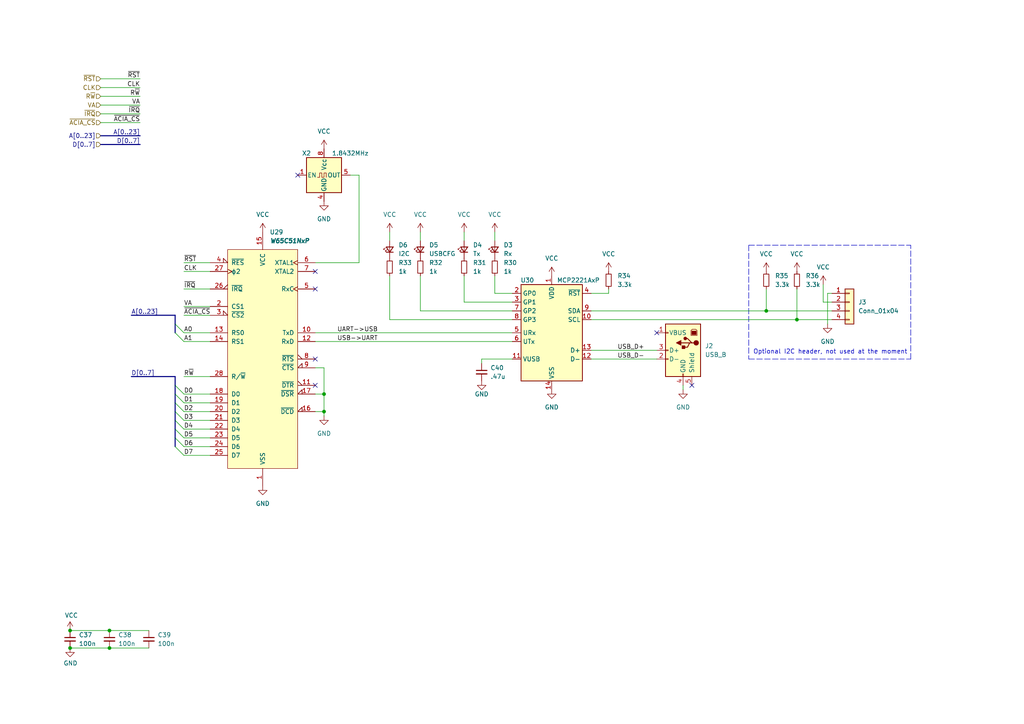
<source format=kicad_sch>
(kicad_sch (version 20211123) (generator eeschema)
  (paper "A4")
  (title_block (title "Serial Module") (date "2022-09-26") (rev "A.30") (comment 2 "https://github.com/adrienkohlbecker/65C816") (comment 3 "Licensed under CERN-OHL-W v2") (comment 4 "Copyright © 2022 Adrien Kohlbecker"))
  (lib_symbols
    (symbol "65xx:W65C51NxP" (pin_names (offset 1.016))
      (property "Reference" "U" (at -10.16 33.02 0))
      (property "Value" "W65C51NxP" (at 0 0 90))
      (symbol "W65C51NxP_0_1"
        (rectangle (start -10.16 31.75) (end 10.16 -31.75) (fill (type background)))
      )
      (symbol "W65C51NxP_1_1"
        (pin power_in line (at 0 -36.83 90) (length 5.08) (name "VSS") (number "1"))
        (pin output line (at 15.24 7.62 180) (length 5.08) (name "TxD") (number "10"))
        (pin output output_low (at 15.24 -7.62 180) (length 5.08) (name "~{DTR}") (number "11"))
        (pin input line (at 15.24 5.08 180) (length 5.08) (name "RxD") (number "12"))
        (pin input line (at -15.24 7.62 0) (length 5.08) (name "RS0") (number "13"))
        (pin input line (at -15.24 5.08 0) (length 5.08) (name "RS1") (number "14"))
        (pin power_in line (at 0 36.83 270) (length 5.08) (name "VCC") (number "15"))
        (pin input input_low (at 15.24 -15.24 180) (length 5.08) (name "~{DCD}") (number "16"))
        (pin input input_low (at 15.24 -10.16 180) (length 5.08) (name "~{DSR}") (number "17"))
        (pin bidirectional line (at -15.24 -10.16 0) (length 5.08) (name "D0") (number "18"))
        (pin bidirectional line (at -15.24 -12.7 0) (length 5.08) (name "D1") (number "19"))
        (pin input line (at -15.24 15.24 0) (length 5.08) (name "CS1") (number "2"))
        (pin bidirectional line (at -15.24 -15.24 0) (length 5.08) (name "D2") (number "20"))
        (pin bidirectional line (at -15.24 -17.78 0) (length 5.08) (name "D3") (number "21"))
        (pin bidirectional line (at -15.24 -20.32 0) (length 5.08) (name "D4") (number "22"))
        (pin bidirectional line (at -15.24 -22.86 0) (length 5.08) (name "D5") (number "23"))
        (pin bidirectional line (at -15.24 -25.4 0) (length 5.08) (name "D6") (number "24"))
        (pin bidirectional line (at -15.24 -27.94 0) (length 5.08) (name "D7") (number "25"))
        (pin open_collector output_low (at -15.24 20.32 0) (length 5.08) (name "~{IRQ}") (number "26"))
        (pin input clock (at -15.24 25.4 0) (length 5.08) (name "ϕ2") (number "27"))
        (pin input line (at -15.24 -5.08 0) (length 5.08) (name "R/~{W}") (number "28"))
        (pin input input_low (at -15.24 12.7 0) (length 5.08) (name "~{CS2}") (number "3"))
        (pin input input_low (at -15.24 27.94 0) (length 5.08) (name "~{RES}") (number "4"))
        (pin bidirectional clock (at 15.24 20.32 180) (length 5.08) (name "RxC") (number "5"))
        (pin input clock (at 15.24 27.94 180) (length 5.08) (name "XTAL1") (number "6"))
        (pin output line (at 15.24 25.4 180) (length 5.08) (name "XTAL2") (number "7"))
        (pin output output_low (at 15.24 0 180) (length 5.08) (name "~{RTS}") (number "8"))
        (pin input input_low (at 15.24 -2.54 180) (length 5.08) (name "~{CTS}") (number "9"))
      )
    )
    (symbol "Connector:USB_B" (pin_names (offset 1.016))
      (property "Reference" "J" (at -5.08 11.43 0))
      (property "Value" "USB_B" (at -5.08 8.89 0))
      (symbol "USB_B_0_1"
        (rectangle (start -5.08 -7.62) (end 5.08 7.62) (stroke (width 0.254)) (fill (type background)))
        (circle (center -3.81 2.159) (radius 0.635) (stroke (width 0.254)) (fill (type outline)))
        (rectangle (start -3.81 5.588) (end -2.54 4.572) (fill (type outline)))
        (circle (center -0.635 3.429) (radius 0.381) (stroke (width 0.254)) (fill (type outline)))
        (rectangle (start -0.127 -7.62) (end 0.127 -6.858))
        (polyline (pts (xy -1.905 2.159) (xy 0.635 2.159)) (stroke (width 0.254)))
        (polyline (pts (xy -3.175 2.159) (xy -2.54 2.159) (xy -1.27 3.429) (xy -0.635 3.429)) (stroke (width 0.254)))
        (polyline (pts (xy -2.54 2.159) (xy -1.905 2.159) (xy -1.27 0.889) (xy 0 0.889)) (stroke (width 0.254)))
        (polyline (pts (xy 0.635 2.794) (xy 0.635 1.524) (xy 1.905 2.159) (xy 0.635 2.794)) (stroke (width 0.254)) (fill (type outline)))
        (polyline (pts (xy -4.064 4.318) (xy -2.286 4.318) (xy -2.286 5.715) (xy -2.667 6.096) (xy -3.683 6.096) (xy -4.064 5.715) (xy -4.064 4.318)))
        (rectangle (start 0.254 1.27) (end -0.508 0.508) (stroke (width 0.254)) (fill (type outline)))
        (rectangle (start 5.08 -2.667) (end 4.318 -2.413))
        (rectangle (start 5.08 -0.127) (end 4.318 0.127))
        (rectangle (start 5.08 4.953) (end 4.318 5.207))
      )
      (symbol "USB_B_1_1"
        (pin power_out line (at 7.62 5.08 180) (length 2.54) (name "VBUS") (number "1"))
        (pin bidirectional line (at 7.62 -2.54 180) (length 2.54) (name "D-") (number "2"))
        (pin bidirectional line (at 7.62 0 180) (length 2.54) (name "D+") (number "3"))
        (pin power_out line (at 0 -10.16 90) (length 2.54) (name "GND") (number "4"))
        (pin passive line (at -2.54 -10.16 90) (length 2.54) (name "Shield") (number "5"))
      )
    )
    (symbol "Connector_Generic:Conn_01x04" (pin_names (offset 1.016) hide)
      (property "Reference" "J" (at 0 5.08 0))
      (property "Value" "Conn_01x04" (at 0 -7.62 0))
      (symbol "Conn_01x04_1_1"
        (rectangle (start -1.27 -4.953) (end 0 -5.207) (stroke (width 0.1524)))
        (rectangle (start -1.27 -2.413) (end 0 -2.667) (stroke (width 0.1524)))
        (rectangle (start -1.27 0.127) (end 0 -0.127) (stroke (width 0.1524)))
        (rectangle (start -1.27 2.667) (end 0 2.413) (stroke (width 0.1524)))
        (rectangle (start -1.27 3.81) (end 1.27 -6.35) (stroke (width 0.254)) (fill (type background)))
        (pin passive line (at -5.08 2.54 0) (length 3.81) (name "Pin_1") (number "1"))
        (pin passive line (at -5.08 0 0) (length 3.81) (name "Pin_2") (number "2"))
        (pin passive line (at -5.08 -2.54 0) (length 3.81) (name "Pin_3") (number "3"))
        (pin passive line (at -5.08 -5.08 0) (length 3.81) (name "Pin_4") (number "4"))
      )
    )
    (symbol "Device:C_Small" (pin_numbers hide) (pin_names (offset 0.254) hide)
      (property "Reference" "C" (at 0.254 1.778 0))
      (property "Value" "C_Small" (at 0.254 -2.032 0))
      (symbol "C_Small_0_1"
        (polyline (pts (xy -1.524 -0.508) (xy 1.524 -0.508)) (stroke (width 0.3302)))
        (polyline (pts (xy -1.524 0.508) (xy 1.524 0.508)) (stroke (width 0.3048)))
      )
      (symbol "C_Small_1_1"
        (pin passive line (at 0 2.54 270) (length 2.032) (name "~") (number "1"))
        (pin passive line (at 0 -2.54 90) (length 2.032) (name "~") (number "2"))
      )
    )
    (symbol "Device:LED_Small" (pin_numbers hide) (pin_names (offset 0.254) hide)
      (property "Reference" "D" (at -1.27 3.175 0))
      (property "Value" "LED_Small" (at -4.445 -2.54 0))
      (symbol "LED_Small_0_1"
        (polyline (pts (xy -0.762 -1.016) (xy -0.762 1.016)) (stroke (width 0.254)))
        (polyline (pts (xy 1.016 0) (xy -0.762 0)))
        (polyline (pts (xy 0.762 -1.016) (xy -0.762 0) (xy 0.762 1.016) (xy 0.762 -1.016)) (stroke (width 0.254)))
        (polyline (pts (xy 0 0.762) (xy -0.508 1.27) (xy -0.254 1.27) (xy -0.508 1.27) (xy -0.508 1.016)))
        (polyline (pts (xy 0.508 1.27) (xy 0 1.778) (xy 0.254 1.778) (xy 0 1.778) (xy 0 1.524)))
      )
      (symbol "LED_Small_1_1"
        (pin passive line (at -2.54 0 0) (length 1.778) (name "K") (number "1"))
        (pin passive line (at 2.54 0 180) (length 1.778) (name "A") (number "2"))
      )
    )
    (symbol "Device:R_Small" (pin_numbers hide) (pin_names (offset 0.254) hide)
      (property "Reference" "R" (at 0.762 0.508 0))
      (property "Value" "R_Small" (at 0.762 -1.016 0))
      (symbol "R_Small_0_1"
        (rectangle (start -0.762 1.778) (end 0.762 -1.778) (stroke (width 0.2032)))
      )
      (symbol "R_Small_1_1"
        (pin passive line (at 0 2.54 270) (length 0.762) (name "~") (number "1"))
        (pin passive line (at 0 -2.54 90) (length 0.762) (name "~") (number "2"))
      )
    )
    (symbol "Interface_USB:MCP2221AxP"
      (property "Reference" "U30" (at -5.08 16.51 0))
      (property "Value" "MCP2221AxP" (at 13.97 16.51 0))
      (symbol "MCP2221AxP_0_1"
        (rectangle (start -8.89 15.24) (end 8.89 -12.7) (stroke (width 0.254)) (fill (type background)))
      )
      (symbol "MCP2221AxP_1_1"
        (pin power_in line (at 0 17.78 270) (length 2.54) (name "VDD") (number "1"))
        (pin bidirectional line (at -11.43 5.08 0) (length 2.54) (name "SCL") (number "10"))
        (pin passive line (at 11.43 -6.35 180) (length 2.54) (name "VUSB") (number "11"))
        (pin bidirectional line (at -11.43 -6.35 0) (length 2.54) (name "D-") (number "12"))
        (pin bidirectional line (at -11.43 -3.81 0) (length 2.54) (name "D+") (number "13"))
        (pin power_in line (at 0 -15.24 90) (length 2.54) (name "VSS") (number "14"))
        (pin bidirectional line (at 11.43 12.7 180) (length 2.54) (name "GP0") (number "2"))
        (pin bidirectional line (at 11.43 10.16 180) (length 2.54) (name "GP1") (number "3"))
        (pin input line (at -11.43 12.7 0) (length 2.54) (name "~{RST}") (number "4"))
        (pin input line (at 11.43 1.27 180) (length 2.54) (name "URx") (number "5"))
        (pin output line (at 11.43 -1.27 180) (length 2.54) (name "UTx") (number "6"))
        (pin bidirectional line (at 11.43 7.62 180) (length 2.54) (name "GP2") (number "7"))
        (pin bidirectional line (at 11.43 5.08 180) (length 2.54) (name "GP3") (number "8"))
        (pin bidirectional line (at -11.43 7.62 0) (length 2.54) (name "SDA") (number "9"))
      )
    )
    (symbol "Oscillator:CXO_DIP8" (pin_names (offset 0.254))
      (property "Reference" "X" (at -5.08 6.35 0))
      (property "Value" "CXO_DIP8" (at 1.27 -6.35 0))
      (symbol "CXO_DIP8_0_1"
        (rectangle (start -5.08 5.08) (end 5.08 -5.08) (stroke (width 0.254)) (fill (type background)))
        (polyline (pts (xy -1.905 -0.635) (xy -1.27 -0.635) (xy -1.27 0.635) (xy -0.635 0.635) (xy -0.635 -0.635) (xy 0 -0.635) (xy 0 0.635) (xy 0.635 0.635) (xy 0.635 -0.635)))
      )
      (symbol "CXO_DIP8_1_1"
        (pin input line (at -7.62 0 0) (length 2.54) (name "EN") (number "1"))
        (pin power_in line (at 0 -7.62 90) (length 2.54) (name "GND") (number "4"))
        (pin output line (at 7.62 0 180) (length 2.54) (name "OUT") (number "5"))
        (pin power_in line (at 0 7.62 270) (length 2.54) (name "Vcc") (number "8"))
      )
    )
    (symbol "power:GND" (power) (pin_names (offset 0))
      (property "Value" "GND" (at 0 -3.81 0))
      (symbol "GND_0_1"
        (polyline (pts (xy 0 0) (xy 0 -1.27) (xy 1.27 -1.27) (xy 0 -2.54) (xy -1.27 -1.27) (xy 0 -1.27)))
      )
      (symbol "GND_1_1"
        (pin power_in line (at 0 0 270) (length 0) hide (name "GND") (number "1"))
      )
    )
    (symbol "power:VCC" (power) (pin_names (offset 0))
      (property "Value" "VCC" (at 0 3.81 0))
      (symbol "VCC_0_1"
        (polyline (pts (xy -0.762 1.27) (xy 0 2.54)))
        (polyline (pts (xy 0 0) (xy 0 2.54)))
        (polyline (pts (xy 0 2.54) (xy 0.762 1.27)))
      )
      (symbol "VCC_1_1"
        (pin power_in line (at 0 0 90) (length 0) hide (name "VCC") (number "1"))
      )
    )
  )
  (junction (at 231.14 92.71))
  (junction (at 93.98 114.3))
  (junction (at 31.75 182.88))
  (junction (at 222.25 90.17))
  (junction (at 20.32 182.88))
  (junction (at 20.32 187.96))
  (junction (at 93.98 119.38))
  (junction (at 31.75 187.96))
  (no_connect (at 200.66 111.76))
  (no_connect (at 86.36 50.8))
  (no_connect (at 91.44 78.74))
  (no_connect (at 91.44 111.76))
  (no_connect (at 91.44 104.14))
  (no_connect (at 91.44 83.82))
  (no_connect (at 190.5 96.52))
  (bus_entry (at 50.8 124.46) (size 2.54 2.54))
  (bus_entry (at 50.8 121.92) (size 2.54 2.54))
  (bus_entry (at 50.8 127) (size 2.54 2.54))
  (bus_entry (at 50.8 116.84) (size 2.54 2.54))
  (bus_entry (at 50.8 93.98) (size 2.54 2.54))
  (bus_entry (at 50.8 129.54) (size 2.54 2.54))
  (bus_entry (at 50.8 111.76) (size 2.54 2.54))
  (bus_entry (at 50.8 114.3) (size 2.54 2.54))
  (bus_entry (at 50.8 96.52) (size 2.54 2.54))
  (bus_entry (at 50.8 119.38) (size 2.54 2.54))
  (bus (pts (xy 38.1 109.22) (xy 50.8 109.22)))
  (wire (pts (xy 53.34 109.22) (xy 60.96 109.22)))
  (wire (pts (xy 148.59 87.63) (xy 134.62 87.63)))
  (wire (pts (xy 198.12 111.76) (xy 198.12 113.03)))
  (wire (pts (xy 53.34 96.52) (xy 60.96 96.52)))
  (wire (pts (xy 40.64 22.86) (xy 29.21 22.86)))
  (bus (pts (xy 50.8 121.92) (xy 50.8 124.46)))
  (wire (pts (xy 40.64 35.56) (xy 29.21 35.56)))
  (wire (pts (xy 104.14 50.8) (xy 104.14 76.2)))
  (polyline (pts (xy 217.17 71.12) (xy 217.17 104.14)))
  (polyline (pts (xy 217.17 104.14) (xy 264.16 104.14)))
  (wire (pts (xy 104.14 76.2) (xy 91.44 76.2)))
  (bus (pts (xy 50.8 109.22) (xy 50.8 111.76)))
  (wire (pts (xy 222.25 90.17) (xy 222.25 83.82)))
  (wire (pts (xy 20.32 182.88) (xy 31.75 182.88)))
  (bus (pts (xy 50.8 91.44) (xy 50.8 93.98)))
  (wire (pts (xy 222.25 90.17) (xy 241.3 90.17)))
  (wire (pts (xy 53.34 116.84) (xy 60.96 116.84)))
  (wire (pts (xy 91.44 114.3) (xy 93.98 114.3)))
  (wire (pts (xy 148.59 92.71) (xy 113.03 92.71)))
  (wire (pts (xy 40.64 25.4) (xy 29.21 25.4)))
  (bus (pts (xy 50.8 116.84) (xy 50.8 119.38)))
  (wire (pts (xy 171.45 104.14) (xy 190.5 104.14)))
  (wire (pts (xy 40.64 30.48) (xy 29.21 30.48)))
  (wire (pts (xy 93.98 106.68) (xy 93.98 114.3)))
  (wire (pts (xy 231.14 92.71) (xy 241.3 92.71)))
  (wire (pts (xy 53.34 132.08) (xy 60.96 132.08)))
  (bus (pts (xy 50.8 114.3) (xy 50.8 116.84)))
  (wire (pts (xy 139.7 104.14) (xy 139.7 105.41)))
  (wire (pts (xy 148.59 90.17) (xy 121.92 90.17)))
  (wire (pts (xy 143.51 85.09) (xy 143.51 80.01)))
  (polyline (pts (xy 217.17 71.12) (xy 264.16 71.12)))
  (wire (pts (xy 171.45 90.17) (xy 222.25 90.17)))
  (wire (pts (xy 40.64 27.94) (xy 29.21 27.94)))
  (wire (pts (xy 20.32 187.96) (xy 31.75 187.96)))
  (wire (pts (xy 91.44 96.52) (xy 148.59 96.52)))
  (bus (pts (xy 50.8 127) (xy 50.8 129.54)))
  (wire (pts (xy 53.34 78.74) (xy 60.96 78.74)))
  (bus (pts (xy 50.8 96.52) (xy 50.8 93.98)))
  (wire (pts (xy 238.76 87.63) (xy 241.3 87.63)))
  (wire (pts (xy 53.34 121.92) (xy 60.96 121.92)))
  (wire (pts (xy 53.34 76.2) (xy 60.96 76.2)))
  (wire (pts (xy 53.34 124.46) (xy 60.96 124.46)))
  (wire (pts (xy 53.34 119.38) (xy 60.96 119.38)))
  (wire (pts (xy 91.44 99.06) (xy 148.59 99.06)))
  (polyline (pts (xy 264.16 104.14) (xy 264.16 71.12)))
  (wire (pts (xy 53.34 99.06) (xy 60.96 99.06)))
  (wire (pts (xy 171.45 101.6) (xy 190.5 101.6)))
  (wire (pts (xy 139.7 104.14) (xy 148.59 104.14)))
  (wire (pts (xy 240.03 93.98) (xy 240.03 85.09)))
  (bus (pts (xy 29.21 41.91) (xy 40.64 41.91)))
  (wire (pts (xy 240.03 85.09) (xy 241.3 85.09)))
  (wire (pts (xy 121.92 67.31) (xy 121.92 69.85)))
  (wire (pts (xy 53.34 91.44) (xy 60.96 91.44)))
  (wire (pts (xy 231.14 92.71) (xy 231.14 83.82)))
  (wire (pts (xy 134.62 67.31) (xy 134.62 69.85)))
  (wire (pts (xy 60.96 88.9) (xy 53.34 88.9)))
  (wire (pts (xy 113.03 67.31) (xy 113.03 69.85)))
  (wire (pts (xy 91.44 119.38) (xy 93.98 119.38)))
  (wire (pts (xy 53.34 129.54) (xy 60.96 129.54)))
  (wire (pts (xy 31.75 187.96) (xy 43.18 187.96)))
  (wire (pts (xy 238.76 82.55) (xy 238.76 87.63)))
  (bus (pts (xy 50.8 111.76) (xy 50.8 114.3)))
  (wire (pts (xy 53.34 114.3) (xy 60.96 114.3)))
  (bus (pts (xy 29.21 39.37) (xy 40.64 39.37)))
  (wire (pts (xy 113.03 92.71) (xy 113.03 80.01)))
  (wire (pts (xy 101.6 50.8) (xy 104.14 50.8)))
  (wire (pts (xy 121.92 90.17) (xy 121.92 80.01)))
  (wire (pts (xy 93.98 114.3) (xy 93.98 119.38)))
  (bus (pts (xy 50.8 124.46) (xy 50.8 127)))
  (wire (pts (xy 148.59 85.09) (xy 143.51 85.09)))
  (wire (pts (xy 176.53 85.09) (xy 171.45 85.09)))
  (bus (pts (xy 50.8 119.38) (xy 50.8 121.92)))
  (wire (pts (xy 91.44 106.68) (xy 93.98 106.68)))
  (wire (pts (xy 53.34 127) (xy 60.96 127)))
  (wire (pts (xy 93.98 119.38) (xy 93.98 120.65)))
  (wire (pts (xy 31.75 182.88) (xy 43.18 182.88)))
  (wire (pts (xy 143.51 67.31) (xy 143.51 69.85)))
  (wire (pts (xy 176.53 83.82) (xy 176.53 85.09)))
  (wire (pts (xy 53.34 83.82) (xy 60.96 83.82)))
  (wire (pts (xy 134.62 87.63) (xy 134.62 80.01)))
  (wire (pts (xy 40.64 33.02) (xy 29.21 33.02)))
  (bus (pts (xy 38.1 91.44) (xy 50.8 91.44)))
  (wire (pts (xy 171.45 92.71) (xy 231.14 92.71)))
  (text "Optional I2C header, not used at the moment" (at 218.44 102.87 0) (effects (font (size 1.27 1.27)) (justify left bottom)))
  (label "A[0..23]" (at 40.64 39.37 180))
  (label "D3" (at 53.34 121.92 0))
  (label "R~{W}" (at 40.64 27.94 180))
  (label "D6" (at 53.34 129.54 0))
  (label "A1" (at 53.34 99.06 0))
  (label "CLK" (at 40.64 25.4 180))
  (label "USB->UART" (at 97.79 99.06 0))
  (label "D[0..7]" (at 40.64 41.91 180))
  (label "USB_D-" (at 179.07 104.14 0))
  (label "UART->USB" (at 97.79 96.52 0))
  (label "D4" (at 53.34 124.46 0))
  (label "D0" (at 53.34 114.3 0))
  (label "~{IRQ}" (at 53.34 83.82 0))
  (label "VA" (at 53.34 88.9 0))
  (label "D1" (at 53.34 116.84 0))
  (label "D[0..7]" (at 38.1 109.22 0))
  (label "D2" (at 53.34 119.38 0))
  (label "~{RST}" (at 40.64 22.86 180))
  (label "USB_D+" (at 179.07 101.6 0))
  (label "VA" (at 40.64 30.48 180))
  (label "A[0..23]" (at 38.1 91.44 0))
  (label "R~{W}" (at 53.34 109.22 0))
  (label "D5" (at 53.34 127 0))
  (label "~{RST}" (at 53.34 76.2 0))
  (label "A0" (at 53.34 96.52 0))
  (label "~{ACIA_CS}" (at 40.64 35.56 180))
  (label "~{ACIA_CS}" (at 53.34 91.44 0))
  (label "CLK" (at 53.34 78.74 0))
  (label "D7" (at 53.34 132.08 0))
  (label "~{IRQ}" (at 40.64 33.02 180))
  (hierarchical_label "D[0..7]" (shape input) (at 29.21 41.91 180))
  (hierarchical_label "~{RST}" (shape input) (at 29.21 22.86 180))
  (hierarchical_label "A[0..23]" (shape input) (at 29.21 39.37 180))
  (hierarchical_label "~{IRQ}" (shape input) (at 29.21 33.02 180))
  (hierarchical_label "VA" (shape input) (at 29.21 30.48 180))
  (hierarchical_label "CLK" (shape input) (at 29.21 25.4 180))
  (hierarchical_label "R~{W}" (shape input) (at 29.21 27.94 180))
  (hierarchical_label "~{ACIA_CS}" (shape input) (at 29.21 35.56 180))
  (symbol (lib_id "power:VCC") (at 176.53 78.74 0) (mirror y) (unit 1)
    (property "Reference" "#PWR?" (effects hide))
    (property "Value" "VCC" (at 176.53 73.66 0))
  )
  (symbol (lib_id "power:GND") (at 240.03 93.98 0) (mirror y) (unit 1)
    (property "Reference" "#PWR0131" (effects hide))
    (property "Value" "GND" (at 240.03 99.06 0))
  )
  (symbol (lib_id "power:GND") (at 198.12 113.03 0) (mirror y) (unit 1)
    (property "Reference" "#PWR0128" (effects hide))
    (property "Value" "GND" (at 198.12 118.11 0))
  )
  (symbol (lib_id "Device:R_Small") (at 134.62 77.47 0) (unit 1)
    (property "Reference" "R31" (at 137.16 76.1999 0) (effects (justify left)))
    (property "Value" "1k" (at 137.16 78.7399 0) (effects (justify left)))
  )
  (symbol (lib_id "power:GND") (at 160.02 113.03 0) (mirror y) (unit 1)
    (property "Reference" "#PWR0125" (effects hide))
    (property "Value" "GND" (at 160.02 118.11 0))
  )
  (symbol (lib_id "power:VCC") (at 222.25 78.74 0) (mirror y) (unit 1)
    (property "Reference" "#PWR0126" (effects hide))
    (property "Value" "VCC" (at 222.25 73.66 0))
  )
  (symbol (lib_id "power:VCC") (at 134.62 67.31 0) (mirror y) (unit 1)
    (property "Reference" "#PWR0122" (effects hide))
    (property "Value" "VCC" (at 134.62 62.23 0))
  )
  (symbol (lib_id "power:GND") (at 93.98 120.65 0) (unit 1)
    (property "Reference" "#PWR0119" (effects hide))
    (property "Value" "GND" (at 93.98 125.73 0))
  )
  (symbol (lib_id "Device:R_Small") (at 176.53 81.28 0) (unit 1)
    (property "Reference" "R34" (at 179.07 80.0099 0) (effects (justify left)))
    (property "Value" "3.3k" (at 179.07 82.5499 0) (effects (justify left)))
  )
  (symbol (lib_id "Device:R_Small") (at 143.51 77.47 0) (unit 1)
    (property "Reference" "R30" (at 146.05 76.1999 0) (effects (justify left)))
    (property "Value" "1k" (at 146.05 78.7399 0) (effects (justify left)))
  )
  (symbol (lib_id "Device:R_Small") (at 231.14 81.28 0) (unit 1)
    (property "Reference" "R36" (at 233.68 80.0099 0) (effects (justify left)))
    (property "Value" "3.3k" (at 233.68 82.5499 0) (effects (justify left)))
  )
  (symbol (lib_id "Device:C_Small") (at 139.7 107.95 0) (unit 1)
    (property "Reference" "C40" (at 142.24 106.6862 0) (effects (justify left)))
    (property "Value" ".47u" (at 142.24 109.2262 0) (effects (justify left)))
  )
  (symbol (lib_id "Device:R_Small") (at 222.25 81.28 0) (unit 1)
    (property "Reference" "R35" (at 224.79 80.0099 0) (effects (justify left)))
    (property "Value" "3.3k" (at 224.79 82.5499 0) (effects (justify left)))
  )
  (symbol (lib_id "power:VCC") (at 20.32 182.88 0) (unit 1)
    (property "Reference" "#PWR04" (effects hide))
    (property "Value" "VCC" (at 20.701 178.4858 0))
  )
  (symbol (lib_id "power:VCC") (at 143.51 67.31 0) (mirror y) (unit 1)
    (property "Reference" "#PWR0123" (effects hide))
    (property "Value" "VCC" (at 143.51 62.23 0))
  )
  (symbol (lib_id "power:GND") (at 93.98 58.42 0) (unit 1)
    (property "Reference" "#PWR0118" (effects hide))
    (property "Value" "GND" (at 93.98 63.5 0))
  )
  (symbol (lib_id "Device:C_Small") (at 20.32 185.42 0) (unit 1)
    (property "Reference" "C37" (at 22.86 184.1562 0) (effects (justify left)))
    (property "Value" "100n" (at 22.86 186.6962 0) (effects (justify left)))
  )
  (symbol (lib_id "power:VCC") (at 160.02 80.01 0) (mirror y) (unit 1)
    (property "Reference" "#PWR0124" (effects hide))
    (property "Value" "VCC" (at 160.02 74.93 0))
  )
  (symbol (lib_id "Connector_Generic:Conn_01x04") (at 246.38 87.63 0) (unit 1)
    (property "Reference" "J3" (at 248.92 87.6299 0) (effects (justify left)))
    (property "Value" "Conn_01x04" (at 248.92 90.1699 0) (effects (justify left)))
    (property "Footprint" "Connector_JST:JST_SH_SM04B-SRSS-TB_1x04-1MP_P1.00mm_Horizontal" (effects hide))
  )
  (symbol (lib_id "Device:LED_Small") (at 134.62 72.39 90) (unit 1)
    (property "Reference" "D4" (at 137.16 71.0564 90) (effects (justify right)))
    (property "Value" "Tx" (at 137.16 73.5964 90) (effects (justify right)))
  )
  (symbol (lib_id "Device:C_Small") (at 31.75 185.42 0) (unit 1)
    (property "Reference" "C38" (at 34.29 184.1562 0) (effects (justify left)))
    (property "Value" "100n" (at 34.29 186.6962 0) (effects (justify left)))
  )
  (symbol (lib_id "power:VCC") (at 113.03 67.31 0) (mirror y) (unit 1)
    (property "Reference" "#PWR0120" (effects hide))
    (property "Value" "VCC" (at 113.03 62.23 0))
  )
  (symbol (lib_id "power:GND") (at 76.2 140.97 0) (unit 1)
    (property "Reference" "#PWR0116" (effects hide))
    (property "Value" "GND" (at 76.2 146.05 0))
  )
  (symbol (lib_id "65xx:W65C51NxP") (at 76.2 104.14 0) (unit 1)
    (property "Reference" "U29" (at 78.2194 67.31 0) (effects (justify left)))
    (property "Value" "W65C51NxP" (at 78.2194 69.85 0) (effects (font bold italic) (justify left)))
    (property "Datasheet" "http://www.westerndesigncenter.com/wdc/documentation/w65c51n.pdf" (effects hide))
  )
  (symbol (lib_id "Device:LED_Small") (at 143.51 72.39 90) (unit 1)
    (property "Reference" "D3" (at 146.05 71.0564 90) (effects (justify right)))
    (property "Value" "Rx" (at 146.05 73.5964 90) (effects (justify right)))
  )
  (symbol (lib_id "Oscillator:CXO_DIP8") (at 93.98 50.8 0) (unit 1)
    (property "Reference" "X2" (at 88.9 44.45 0))
    (property "Value" "1.8432MHz" (at 101.6 44.45 0))
    (property "Footprint" "Oscillator:Oscillator_DIP-8" (effects hide))
    (property "Datasheet" "http://cdn-reichelt.de/documents/datenblatt/B400/OSZI.pdf" (effects hide))
  )
  (symbol (lib_id "power:GND") (at 139.7 110.49 0) (unit 1)
    (property "Reference" "#PWR0127" (effects hide))
    (property "Value" "GND" (at 139.7 114.3 0))
  )
  (symbol (lib_id "power:VCC") (at 121.92 67.31 0) (mirror y) (unit 1)
    (property "Reference" "#PWR0121" (effects hide))
    (property "Value" "VCC" (at 121.92 62.23 0))
  )
  (symbol (lib_id "power:VCC") (at 93.98 43.18 0) (unit 1)
    (property "Reference" "#PWR0117" (effects hide))
    (property "Value" "VCC" (at 93.98 38.1 0))
  )
  (symbol (lib_id "power:VCC") (at 231.14 78.74 0) (mirror y) (unit 1)
    (property "Reference" "#PWR0129" (effects hide))
    (property "Value" "VCC" (at 231.14 73.66 0))
  )
  (symbol (lib_id "power:GND") (at 20.32 187.96 0) (unit 1)
    (property "Reference" "#PWR05" (effects hide))
    (property "Value" "GND" (at 20.447 192.3542 0))
  )
  (symbol (lib_id "Device:R_Small") (at 113.03 77.47 0) (unit 1)
    (property "Reference" "R33" (at 115.57 76.1999 0) (effects (justify left)))
    (property "Value" "1k" (at 115.57 78.7399 0) (effects (justify left)))
  )
  (symbol (lib_id "Device:LED_Small") (at 121.92 72.39 90) (unit 1)
    (property "Reference" "D5" (at 124.46 71.0564 90) (effects (justify right)))
    (property "Value" "USBCFG" (at 124.46 73.5964 90) (effects (justify right)))
  )
  (symbol (lib_id "power:VCC") (at 76.2 67.31 0) (unit 1)
    (property "Reference" "#PWR0115" (effects hide))
    (property "Value" "VCC" (at 76.2 62.23 0))
  )
  (symbol (lib_id "Interface_USB:MCP2221AxP") (at 160.02 97.79 0) (mirror y) (unit 1)
    (property "Reference" "U30" (at 154.94 81.28 0) (effects (justify left)))
    (property "Value" "MCP2221AxP" (at 173.99 81.28 0) (effects (justify left)))
    (property "Footprint" "Package_DIP:DIP-14_W7.62mm" (effects hide))
    (property "Datasheet" "http://ww1.microchip.com/downloads/en/DeviceDoc/20005565B.pdf" (effects hide))
  )
  (symbol (lib_id "Connector:USB_B") (at 198.12 101.6 0) (mirror y) (unit 1)
    (property "Reference" "J2" (at 204.47 100.3299 0) (effects (justify right)))
    (property "Value" "USB_B" (at 204.47 102.8699 0) (effects (justify right)))
    (property "Datasheet" " ~" (effects hide))
  )
  (symbol (lib_id "Device:R_Small") (at 121.92 77.47 0) (unit 1)
    (property "Reference" "R32" (at 124.46 76.1999 0) (effects (justify left)))
    (property "Value" "1k" (at 124.46 78.7399 0) (effects (justify left)))
  )
  (symbol (lib_id "Device:C_Small") (at 43.18 185.42 0) (unit 1)
    (property "Reference" "C39" (at 45.72 184.1562 0) (effects (justify left)))
    (property "Value" "100n" (at 45.72 186.6962 0) (effects (justify left)))
  )
  (symbol (lib_id "power:VCC") (at 238.76 82.55 0) (mirror y) (unit 1)
    (property "Reference" "#PWR0130" (effects hide))
    (property "Value" "VCC" (at 238.76 77.47 0))
  )
  (symbol (lib_id "Device:LED_Small") (at 113.03 72.39 90) (unit 1)
    (property "Reference" "D6" (at 115.57 71.0564 90) (effects (justify right)))
    (property "Value" "I2C" (at 115.57 73.5964 90) (effects (justify right)))
  )
)
</source>
